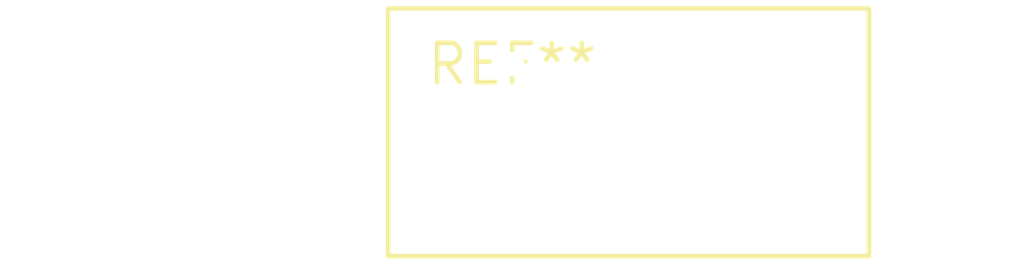
<source format=kicad_pcb>
(kicad_pcb (version 20240108) (generator pcbnew)
  (layers (0 "F.Cu" signal) (31 "B.Cu" signal) (34 "B.Paste" user) (35 "F.Paste" user) (36 "B.SilkS" user "B.Silkscreen") (37 "F.SilkS" user "F.Silkscreen") (38 "B.Mask" user) (39 "F.Mask" user) (44 "Edge.Cuts" user))
  (net 0 "")
  (footprint "RV_Disc_D15.5mm_W8mm_P7.5mm" (layer "F.Cu") (at 0 0)
    (property "Reference" "REF**")
    (property "Value" "RV_Disc_D15.5mm_W8mm_P7.5mm")
    (fp_line (start -4 -1.8) (end -4 6.2) (layer "F.SilkS") (stroke (width 0.15)))
    (fp_line (start -4 -1.8) (end 11.5 -1.8) (layer "F.SilkS") (stroke (width 0.15)))
    (fp_line (start -4 6.2) (end 11.5 6.2) (layer "F.SilkS") (stroke (width 0.15)))
    (fp_line (start 11.5 -1.8) (end 11.5 6.2) (layer "F.SilkS") (stroke (width 0.15)))
    (pad "1" thru_hole circle (at 0 0) (size 1.8 1.8) (drill 0.8) (layers *.Cu *.Mask) (remove_unused_layers))
    (pad "2" thru_hole circle (at 7.5 4.4) (size 1.8 1.8) (drill 0.8) (layers *.Cu *.Mask) (remove_unused_layers))
  )
)
</source>
